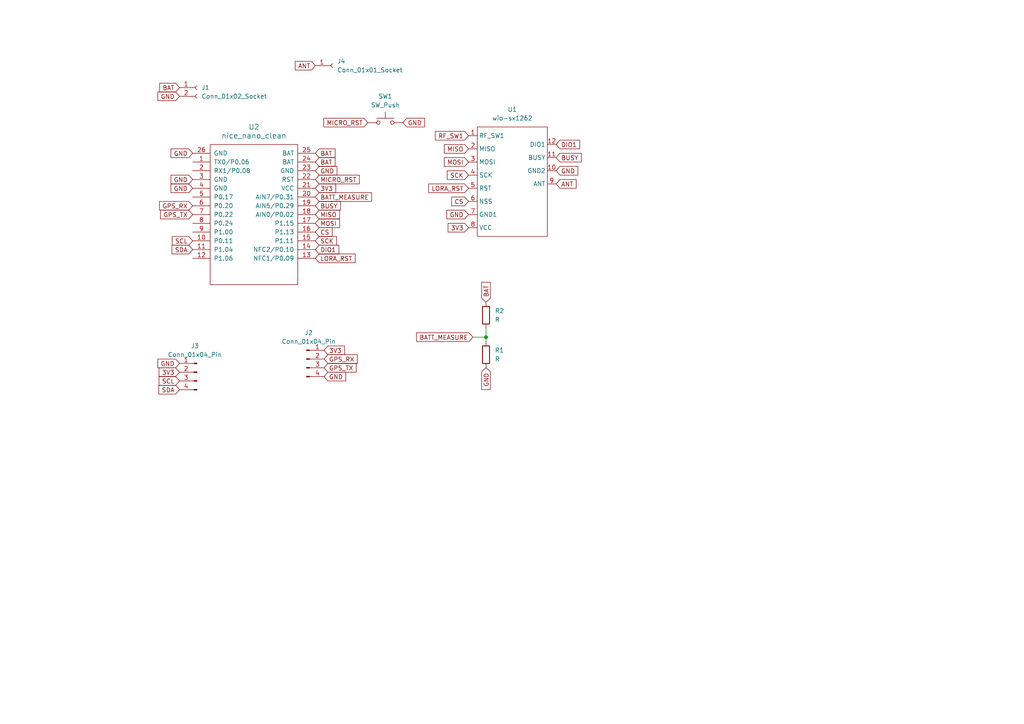
<source format=kicad_sch>
(kicad_sch (version 20231120) (generator "eeschema") (generator_version "8.0")
  (paper "A4")
  (lib_symbols
    (symbol "Connector:Conn_01x01_Socket" (pin_names (offset 1.016) hide)
      (property "Reference" "J" (at 0 2.54 0))
      (property "Value" "Conn_01x01_Socket" (at 0 -2.54 0))
      (symbol "Conn_01x01_Socket_1_1"
        (polyline (pts (xy -1.27 0) (xy -0.508 0)) (stroke (width 0.1524)))
        (arc (start 0 0.508) (mid -0.5058 0) (end 0 -0.508) (stroke (width 0.1524)))
        (pin passive line (at -5.08 0 0) (length 3.81) (name "Pin_1") (number "1"))
      )
    )
    (symbol "Connector:Conn_01x02_Socket" (pin_names (offset 1.016) hide)
      (property "Reference" "J" (at 0 2.54 0))
      (property "Value" "Conn_01x02_Socket" (at 0 -5.08 0))
      (symbol "Conn_01x02_Socket_1_1"
        (arc (start 0 -2.032) (mid -0.5058 -2.54) (end 0 -3.048) (stroke (width 0.1524)))
        (polyline (pts (xy -1.27 -2.54) (xy -0.508 -2.54)) (stroke (width 0.1524)))
        (polyline (pts (xy -1.27 0) (xy -0.508 0)) (stroke (width 0.1524)))
        (arc (start 0 0.508) (mid -0.5058 0) (end 0 -0.508) (stroke (width 0.1524)))
        (pin passive line (at -5.08 0 0) (length 3.81) (name "Pin_1") (number "1"))
        (pin passive line (at -5.08 -2.54 0) (length 3.81) (name "Pin_2") (number "2"))
      )
    )
    (symbol "Connector:Conn_01x04_Pin" (pin_names (offset 1.016) hide)
      (property "Reference" "J" (at 0 5.08 0))
      (property "Value" "Conn_01x04_Pin" (at 0 -7.62 0))
      (symbol "Conn_01x04_Pin_1_1"
        (polyline (pts (xy 1.27 -5.08) (xy 0.8636 -5.08)) (stroke (width 0.1524)))
        (polyline (pts (xy 1.27 -2.54) (xy 0.8636 -2.54)) (stroke (width 0.1524)))
        (polyline (pts (xy 1.27 0) (xy 0.8636 0)) (stroke (width 0.1524)))
        (polyline (pts (xy 1.27 2.54) (xy 0.8636 2.54)) (stroke (width 0.1524)))
        (rectangle (start 0.8636 -4.953) (end 0 -5.207) (stroke (width 0.1524)) (fill (type outline)))
        (rectangle (start 0.8636 -2.413) (end 0 -2.667) (stroke (width 0.1524)) (fill (type outline)))
        (rectangle (start 0.8636 0.127) (end 0 -0.127) (stroke (width 0.1524)) (fill (type outline)))
        (rectangle (start 0.8636 2.667) (end 0 2.413) (stroke (width 0.1524)) (fill (type outline)))
        (pin passive line (at 5.08 2.54 180) (length 3.81) (name "Pin_1") (number "1"))
        (pin passive line (at 5.08 0 180) (length 3.81) (name "Pin_2") (number "2"))
        (pin passive line (at 5.08 -2.54 180) (length 3.81) (name "Pin_3") (number "3"))
        (pin passive line (at 5.08 -5.08 180) (length 3.81) (name "Pin_4") (number "4"))
      )
    )
    (symbol "Device:R" (pin_numbers hide) (pin_names (offset 0))
      (property "Reference" "R" (at 2.032 0 90))
      (property "Value" "R" (at 0 0 90))
      (symbol "R_0_1"
        (rectangle (start -1.016 -2.54) (end 1.016 2.54) (stroke (width 0.254)))
      )
      (symbol "R_1_1"
        (pin passive line (at 0 3.81 270) (length 1.27) (name "~") (number "1"))
        (pin passive line (at 0 -3.81 90) (length 1.27) (name "~") (number "2"))
      )
    )
    (symbol "Switch:SW_Push" (pin_numbers hide) (pin_names (offset 1.016) hide)
      (property "Reference" "SW" (at 1.27 2.54 0))
      (property "Value" "SW_Push" (at 0 -1.524 0))
      (symbol "SW_Push_0_1"
        (circle (center -2.032 0) (radius 0.508))
        (polyline (pts (xy 0 1.27) (xy 0 3.048)))
        (polyline (pts (xy 2.54 1.27) (xy -2.54 1.27)))
        (circle (center 2.032 0) (radius 0.508))
        (pin passive line (at -5.08 0 0) (length 2.54) (name "1") (number "1"))
        (pin passive line (at 5.08 0 180) (length 2.54) (name "2") (number "2"))
      )
    )
    (symbol "nice_nano:nice_nano_clean" (pin_names (offset 1.016))
      (property "Reference" "U" (at 0 0 0))
      (property "Value" "nice_nano_clean" (at 0 2.54 0))
      (symbol "nice_nano_clean_0_1"
        (rectangle (start -12.7 -21.59) (end 12.7 19.05))
      )
      (symbol "nice_nano_clean_1_1"
        (pin input line (at -17.78 13.97 0) (length 5.08) (name "TX0/P0.06") (number "1"))
        (pin input line (at -17.78 -8.89 0) (length 5.08) (name "P0.11") (number "10"))
        (pin input line (at -17.78 -11.43 0) (length 5.08) (name "P1.04") (number "11"))
        (pin input line (at -17.78 -13.97 0) (length 5.08) (name "P1.06") (number "12"))
        (pin input line (at 17.78 -13.97 180) (length 5.08) (name "NFC1/P0.09") (number "13"))
        (pin input line (at 17.78 -11.43 180) (length 5.08) (name "NFC2/P0.10") (number "14"))
        (pin input line (at 17.78 -8.89 180) (length 5.08) (name "P1.11") (number "15"))
        (pin input line (at 17.78 -6.35 180) (length 5.08) (name "P1.13") (number "16"))
        (pin input line (at 17.78 -3.81 180) (length 5.08) (name "P1.15") (number "17"))
        (pin input line (at 17.78 -1.27 180) (length 5.08) (name "AIN0/P0.02") (number "18"))
        (pin input line (at 17.78 1.27 180) (length 5.08) (name "AIN5/P0.29") (number "19"))
        (pin input line (at -17.78 11.43 0) (length 5.08) (name "RX1/P0.08") (number "2"))
        (pin input line (at 17.78 3.81 180) (length 5.08) (name "AIN7/P0.31") (number "20"))
        (pin input line (at 17.78 6.35 180) (length 5.08) (name "VCC") (number "21"))
        (pin input line (at 17.78 8.89 180) (length 5.08) (name "RST") (number "22"))
        (pin input line (at 17.78 11.43 180) (length 5.08) (name "GND") (number "23"))
        (pin input line (at 17.78 13.97 180) (length 5.08) (name "BAT") (number "24"))
        (pin input line (at 17.78 16.51 180) (length 5.08) (name "BAT") (number "25"))
        (pin input line (at -17.78 16.51 0) (length 5.08) (name "GND") (number "26"))
        (pin input line (at -17.78 8.89 0) (length 5.08) (name "GND") (number "3"))
        (pin input line (at -17.78 6.35 0) (length 5.08) (name "GND") (number "4"))
        (pin input line (at -17.78 3.81 0) (length 5.08) (name "P0.17") (number "5"))
        (pin input line (at -17.78 1.27 0) (length 5.08) (name "P0.20") (number "6"))
        (pin input line (at -17.78 -1.27 0) (length 5.08) (name "P0.22") (number "7"))
        (pin input line (at -17.78 -3.81 0) (length 5.08) (name "P0.24") (number "8"))
        (pin input line (at -17.78 -6.35 0) (length 5.08) (name "P1.00") (number "9"))
      )
    )
    (symbol "sweet-p:wio-sx1262"
      (property "Reference" "U" (at -1.27 13.97 0))
      (property "Value" "wio-sx1262" (at -1.27 11.43 0))
      (symbol "wio-sx1262_0_1"
        (rectangle (start -6.35 8.89) (end 13.97 -22.86))
      )
      (symbol "wio-sx1262_1_1"
        (pin input line (at -8.89 6.35 0) (length 2.54) (name "RF_SW1") (number "1"))
        (pin input line (at 16.51 -3.81 180) (length 2.54) (name "GND2") (number "10"))
        (pin input line (at 16.51 0 180) (length 2.54) (name "BUSY") (number "11"))
        (pin input line (at 16.51 3.81 180) (length 2.54) (name "DIO1") (number "12"))
        (pin input line (at -8.89 2.54 0) (length 2.54) (name "MISO") (number "2"))
        (pin input line (at -8.89 -1.27 0) (length 2.54) (name "MOSI") (number "3"))
        (pin input line (at -8.89 -5.08 0) (length 2.54) (name "SCK") (number "4"))
        (pin input line (at -8.89 -8.89 0) (length 2.54) (name "RST") (number "5"))
        (pin input line (at -8.89 -12.7 0) (length 2.54) (name "NSS") (number "6"))
        (pin input line (at -8.89 -16.51 0) (length 2.54) (name "GND1") (number "7"))
        (pin input line (at -8.89 -20.32 0) (length 2.54) (name "VCC") (number "8"))
        (pin input line (at 16.51 -7.62 180) (length 2.54) (name "ANT") (number "9"))
      )
    )
  )
  (junction (at 140.97 97.79))
  (wire (pts (xy 140.97 97.79) (xy 140.97 99.06)))
  (wire (pts (xy 137.16 97.79) (xy 140.97 97.79)))
  (wire (pts (xy 140.97 95.25) (xy 140.97 97.79)))
  (global_label "GPS_RX" (shape input) (at 55.88 59.69 180) (property "Intersheetrefs" "${INTERSHEET_REFS}" (effects (hide yes))))
  (global_label "GND" (shape input) (at 52.07 27.94 180) (property "Intersheetrefs" "${INTERSHEET_REFS}" (effects (hide yes))))
  (global_label "GND" (shape input) (at 55.88 52.07 180) (property "Intersheetrefs" "${INTERSHEET_REFS}" (effects (hide yes))))
  (global_label "MICRO_RST" (shape input) (at 106.68 35.56 180) (property "Intersheetrefs" "${INTERSHEET_REFS}" (effects (hide yes))))
  (global_label "GND" (shape input) (at 116.84 35.56 0) (property "Intersheetrefs" "${INTERSHEET_REFS}" (effects (hide yes))))
  (global_label "ANT" (shape input) (at 91.44 19.05 180) (property "Intersheetrefs" "${INTERSHEET_REFS}" (effects (hide yes))))
  (global_label "BUSY" (shape input) (at 91.44 59.69 0) (property "Intersheetrefs" "${INTERSHEET_REFS}" (effects (hide yes))))
  (global_label "GPS_RX" (shape input) (at 93.98 104.14 0) (property "Intersheetrefs" "${INTERSHEET_REFS}" (effects (hide yes))))
  (global_label "GPS_TX" (shape input) (at 93.98 106.68 0) (property "Intersheetrefs" "${INTERSHEET_REFS}" (effects (hide yes))))
  (global_label "RF_SW1" (shape input) (at 135.89 39.37 180) (property "Intersheetrefs" "${INTERSHEET_REFS}" (effects (hide yes))))
  (global_label "BUSY" (shape input) (at 161.29 45.72 0) (property "Intersheetrefs" "${INTERSHEET_REFS}" (effects (hide yes))))
  (global_label "GND" (shape input) (at 55.88 54.61 180) (property "Intersheetrefs" "${INTERSHEET_REFS}" (effects (hide yes))))
  (global_label "3V3" (shape input) (at 93.98 101.6 0) (property "Intersheetrefs" "${INTERSHEET_REFS}" (effects (hide yes))))
  (global_label "ANT" (shape input) (at 161.29 53.34 0) (property "Intersheetrefs" "${INTERSHEET_REFS}" (effects (hide yes))))
  (global_label "LORA_RST" (shape input) (at 135.89 54.61 180) (property "Intersheetrefs" "${INTERSHEET_REFS}" (effects (hide yes))))
  (global_label "GND" (shape input) (at 91.44 49.53 0) (property "Intersheetrefs" "${INTERSHEET_REFS}" (effects (hide yes))))
  (global_label "3V3" (shape input) (at 135.89 66.04 180) (property "Intersheetrefs" "${INTERSHEET_REFS}" (effects (hide yes))))
  (global_label "SDA" (shape input) (at 55.88 72.39 180) (property "Intersheetrefs" "${INTERSHEET_REFS}" (effects (hide yes))))
  (global_label "3V3" (shape input) (at 52.07 107.95 180) (property "Intersheetrefs" "${INTERSHEET_REFS}" (effects (hide yes))))
  (global_label "GND" (shape input) (at 93.98 109.22 0) (property "Intersheetrefs" "${INTERSHEET_REFS}" (effects (hide yes))))
  (global_label "BAT" (shape input) (at 91.44 46.99 0) (property "Intersheetrefs" "${INTERSHEET_REFS}" (effects (hide yes))))
  (global_label "BAT" (shape input) (at 52.07 25.4 180) (property "Intersheetrefs" "${INTERSHEET_REFS}" (effects (hide yes))))
  (global_label "MICRO_RST" (shape input) (at 91.44 52.07 0) (property "Intersheetrefs" "${INTERSHEET_REFS}" (effects (hide yes))))
  (global_label "GND" (shape input) (at 135.89 62.23 180) (property "Intersheetrefs" "${INTERSHEET_REFS}" (effects (hide yes))))
  (global_label "MOSI" (shape input) (at 135.89 46.99 180) (property "Intersheetrefs" "${INTERSHEET_REFS}" (effects (hide yes))))
  (global_label "SDA" (shape input) (at 52.07 113.03 180) (property "Intersheetrefs" "${INTERSHEET_REFS}" (effects (hide yes))))
  (global_label "MOSI" (shape input) (at 91.44 64.77 0) (property "Intersheetrefs" "${INTERSHEET_REFS}" (effects (hide yes))))
  (global_label "CS" (shape input) (at 91.44 67.31 0) (property "Intersheetrefs" "${INTERSHEET_REFS}" (effects (hide yes))))
  (global_label "GND" (shape input) (at 52.07 105.41 180) (property "Intersheetrefs" "${INTERSHEET_REFS}" (effects (hide yes))))
  (global_label "SCK" (shape input) (at 91.44 69.85 0) (property "Intersheetrefs" "${INTERSHEET_REFS}" (effects (hide yes))))
  (global_label "SCL" (shape input) (at 52.07 110.49 180) (property "Intersheetrefs" "${INTERSHEET_REFS}" (effects (hide yes))))
  (global_label "BATT_MEASURE" (shape input) (at 91.44 57.15 0) (property "Intersheetrefs" "${INTERSHEET_REFS}" (effects (hide yes))))
  (global_label "BATT_MEASURE" (shape input) (at 137.16 97.79 180) (property "Intersheetrefs" "${INTERSHEET_REFS}" (effects (hide yes))))
  (global_label "BAT" (shape input) (at 91.44 44.45 0) (property "Intersheetrefs" "${INTERSHEET_REFS}" (effects (hide yes))))
  (global_label "GND" (shape input) (at 140.97 106.68 270) (property "Intersheetrefs" "${INTERSHEET_REFS}" (effects (hide yes))))
  (global_label "GND" (shape input) (at 161.29 49.53 0) (property "Intersheetrefs" "${INTERSHEET_REFS}" (effects (hide yes))))
  (global_label "DIO1" (shape input) (at 91.44 72.39 0) (property "Intersheetrefs" "${INTERSHEET_REFS}" (effects (hide yes))))
  (global_label "CS" (shape input) (at 135.89 58.42 180) (property "Intersheetrefs" "${INTERSHEET_REFS}" (effects (hide yes))))
  (global_label "GPS_TX" (shape input) (at 55.88 62.23 180) (property "Intersheetrefs" "${INTERSHEET_REFS}" (effects (hide yes))))
  (global_label "MISO" (shape input) (at 91.44 62.23 0) (property "Intersheetrefs" "${INTERSHEET_REFS}" (effects (hide yes))))
  (global_label "3V3" (shape input) (at 91.44 54.61 0) (property "Intersheetrefs" "${INTERSHEET_REFS}" (effects (hide yes))))
  (global_label "SCK" (shape input) (at 135.89 50.8 180) (property "Intersheetrefs" "${INTERSHEET_REFS}" (effects (hide yes))))
  (global_label "MISO" (shape input) (at 135.89 43.18 180) (property "Intersheetrefs" "${INTERSHEET_REFS}" (effects (hide yes))))
  (global_label "SCL" (shape input) (at 55.88 69.85 180) (property "Intersheetrefs" "${INTERSHEET_REFS}" (effects (hide yes))))
  (global_label "GND" (shape input) (at 55.88 44.45 180) (property "Intersheetrefs" "${INTERSHEET_REFS}" (effects (hide yes))))
  (global_label "LORA_RST" (shape input) (at 91.44 74.93 0) (property "Intersheetrefs" "${INTERSHEET_REFS}" (effects (hide yes))))
  (global_label "BAT" (shape input) (at 140.97 87.63 90) (property "Intersheetrefs" "${INTERSHEET_REFS}" (effects (hide yes))))
  (global_label "DIO1" (shape input) (at 161.29 41.91 0) (property "Intersheetrefs" "${INTERSHEET_REFS}" (effects (hide yes))))
  (symbol (lib_id "Connector:Conn_01x02_Socket") (at 57.15 25.4 0) (unit 1)
    (property "Reference" "J1" (at 58.42 25.3999 0) (effects (justify left)))
    (property "Value" "Conn_01x02_Socket" (at 58.42 27.9399 0) (effects (justify left)))
    (property "Footprint" "Connector_JST:JST_PH_B2B-PH-K_1x02_P2.00mm_Vertical" (effects (hide yes)))
    (property "Description" "Generic connector, single row, 01x02, script generated" (effects (hide yes)))
  )
  (symbol (lib_id "nice_nano:nice_nano_clean") (at 73.66 60.96 0) (unit 1)
    (property "Reference" "U2" (at 73.66 36.83 0) (effects (font (size 1.524 1.524))))
    (property "Value" "nice_nano_clean" (at 73.66 39.37 0) (effects (font (size 1.524 1.524))))
    (property "Footprint" "footprints:nice_nano_cleanest" (effects (hide yes)))
  )
  (symbol (lib_id "Connector:Conn_01x04_Pin") (at 57.15 107.95 0) (mirror y) (unit 1)
    (property "Reference" "J3" (at 56.515 100.33 0))
    (property "Value" "Conn_01x04_Pin" (at 56.515 102.87 0))
    (property "Footprint" "Connector_PinHeader_2.54mm:PinHeader_1x04_P2.54mm_Vertical" (effects (hide yes)))
    (property "Description" "Generic connector, single row, 01x04, script generated" (effects (hide yes)))
  )
  (symbol (lib_id "Device:R") (at 140.97 91.44 0) (unit 1)
    (property "Reference" "R2" (at 143.51 90.1699 0) (effects (justify left)))
    (property "Value" "R" (at 143.51 92.7099 0) (effects (justify left)))
    (property "Footprint" "Resistor_THT:R_Axial_DIN0204_L3.6mm_D1.6mm_P1.90mm_Vertical" (effects (hide yes)))
    (property "Description" "Resistor" (effects (hide yes)))
  )
  (symbol (lib_id "Connector:Conn_01x04_Pin") (at 88.9 104.14 0) (unit 1)
    (property "Reference" "J2" (at 89.535 96.52 0))
    (property "Value" "Conn_01x04_Pin" (at 89.535 99.06 0))
    (property "Footprint" "Connector_PinHeader_2.54mm:PinHeader_1x04_P2.54mm_Vertical" (effects (hide yes)))
    (property "Description" "Generic connector, single row, 01x04, script generated" (effects (hide yes)))
  )
  (symbol (lib_id "Switch:SW_Push") (at 111.76 35.56 0) (unit 1)
    (property "Reference" "SW1" (at 111.76 27.94 0))
    (property "Value" "SW_Push" (at 111.76 30.48 0))
    (property "Footprint" "Button_Switch_THT:SW_PUSH_6mm" (effects (hide yes)))
    (property "Description" "Push button switch, generic, two pins" (effects (hide yes)))
  )
  (symbol (lib_id "Device:R") (at 140.97 102.87 0) (unit 1)
    (property "Reference" "R1" (at 143.51 101.5999 0) (effects (justify left)))
    (property "Value" "R" (at 143.51 104.1399 0) (effects (justify left)))
    (property "Footprint" "Resistor_THT:R_Axial_DIN0204_L3.6mm_D1.6mm_P1.90mm_Vertical" (effects (hide yes)))
    (property "Description" "Resistor" (effects (hide yes)))
  )
  (symbol (lib_id "sweet-p:wio-sx1262") (at 144.78 45.72 0) (unit 1)
    (property "Reference" "U1" (at 148.59 31.75 0))
    (property "Value" "wio-sx1262" (at 148.59 34.29 0))
    (property "Footprint" "wio-sx1262:wio-sx1262" (effects (hide yes)))
  )
  (symbol (lib_id "Connector:Conn_01x01_Socket") (at 96.52 19.05 0) (unit 1)
    (property "Reference" "J4" (at 97.79 17.7799 0) (effects (justify left)))
    (property "Value" "Conn_01x01_Socket" (at 97.79 20.3199 0) (effects (justify left)))
    (property "Footprint" "Connector_PinSocket_2.54mm:PinSocket_1x01_P2.54mm_Vertical" (effects (hide yes)))
    (property "Description" "Generic connector, single row, 01x01, script generated" (effects (hide yes)))
  )
)
</source>
